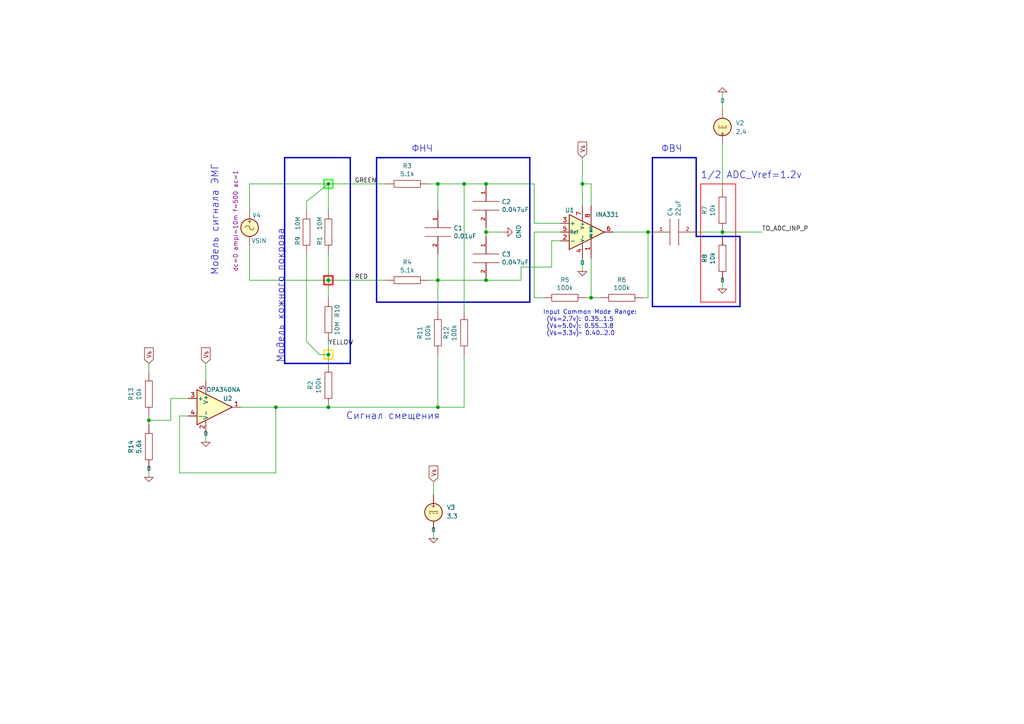
<source format=kicad_sch>
(kicad_sch (version 20231120) (generator "eeschema") (generator_version "8.0")
  (paper "A4")
  (lib_symbols
    (symbol "Amplifier_Operational:OPA340NA" (pin_names (offset 0.127))
      (property "Reference" "U" (at -1.27 6.35 0))
      (property "Value" "OPA340NA" (at -1.27 3.81 0))
      (symbol "OPA340NA_0_1"
        (polyline (pts (xy -5.08 5.08) (xy 5.08 0) (xy -5.08 -5.08) (xy -5.08 5.08)) (stroke (width 0.254)) (fill (type background)))
        (pin power_in line (at -2.54 -7.62 90) (length 3.81) (name "V-") (number "2"))
        (pin power_in line (at -2.54 7.62 270) (length 3.81) (name "V+") (number "5"))
      )
      (symbol "OPA340NA_1_1"
        (pin output line (at 7.62 0 180) (length 2.54) (name "~") (number "1"))
        (pin input line (at -7.62 2.54 0) (length 2.54) (name "+") (number "3"))
        (pin input line (at -7.62 -2.54 0) (length 2.54) (name "-") (number "4"))
      )
    )
    (symbol "Simulation_SPICE:0" (power) (pin_numbers hide) (pin_names (offset 0) hide)
      (property "Value" "0" (at 0 -2.54 0))
      (symbol "0_0_1"
        (polyline (pts (xy -1.27 0) (xy 0 -1.27) (xy 1.27 0) (xy -1.27 0)))
      )
      (symbol "0_1_1"
        (pin power_in line (at 0 0 0) (length 0) (name "~") (number "1"))
      )
    )
    (symbol "Simulation_SPICE:VDC" (pin_numbers hide) (pin_names (offset 0.0254))
      (property "Reference" "V" (at 2.54 2.54 0))
      (property "Value" "1" (at 2.54 0 0))
      (symbol "VDC_0_0"
        (polyline (pts (xy -1.27 0.254) (xy 1.27 0.254)))
        (polyline (pts (xy -0.762 -0.254) (xy -1.27 -0.254)))
        (polyline (pts (xy 0.254 -0.254) (xy -0.254 -0.254)))
        (polyline (pts (xy 1.27 -0.254) (xy 0.762 -0.254)))
        (text "+" (at 0 1.905 0) (effects (font (size 1.27 1.27))))
      )
      (symbol "VDC_0_1"
        (circle (center 0 0) (radius 2.54) (stroke (width 0.254)) (fill (type background)))
      )
      (symbol "VDC_1_1"
        (pin passive line (at 0 5.08 270) (length 2.54) (name "~") (number "1"))
        (pin passive line (at 0 -5.08 90) (length 2.54) (name "~") (number "2"))
      )
    )
    (symbol "Simulation_SPICE:VSIN" (pin_numbers hide) (pin_names (offset 0.0254))
      (property "Reference" "V" (at 2.54 2.54 0))
      (property "Value" "VSIN" (at 2.54 0 0))
      (property "Sim.Params" "dc=0 ampl=1 f=1k ac=1" (at 2.54 -2.54 0))
      (symbol "VSIN_0_0"
        (arc (start 0 0) (mid -0.635 0.6323) (end -1.27 0))
        (arc (start 0 0) (mid 0.635 -0.6323) (end 1.27 0))
        (text "+" (at 0 1.905 0) (effects (font (size 1.27 1.27))))
      )
      (symbol "VSIN_0_1"
        (circle (center 0 0) (radius 2.54) (stroke (width 0.254)) (fill (type background)))
      )
      (symbol "VSIN_1_1"
        (pin passive line (at 0 5.08 270) (length 2.54) (name "~") (number "1"))
        (pin passive line (at 0 -5.08 90) (length 2.54) (name "~") (number "2"))
      )
    )
    (symbol "power:GND" (power) (pin_names (offset 0))
      (property "Value" "GND" (at 0 -3.81 0))
      (symbol "GND_0_1"
        (polyline (pts (xy 0 0) (xy 0 -1.27) (xy 1.27 -1.27) (xy 0 -2.54) (xy -1.27 -1.27) (xy 0 -1.27)))
      )
      (symbol "GND_1_1"
        (pin power_in line (at 0 0 270) (length 0) hide (name "GND") (number "1"))
      )
    )
    (symbol "pspice:CAP" (pin_names (offset 0.254))
      (property "Reference" "C" (at 2.54 3.81 90))
      (property "Value" "CAP" (at 2.54 -3.81 90))
      (symbol "CAP_0_1"
        (polyline (pts (xy -3.81 -1.27) (xy 3.81 -1.27)))
        (polyline (pts (xy -3.81 1.27) (xy 3.81 1.27)))
      )
      (symbol "CAP_1_1"
        (pin passive line (at 0 6.35 270) (length 5.08) (name "~") (number "1"))
        (pin passive line (at 0 -6.35 90) (length 5.08) (name "~") (number "2"))
      )
    )
    (symbol "pspice:R" (pin_numbers hide) (pin_names (offset 0))
      (property "Reference" "R" (at 2.032 0 90))
      (property "Value" "R" (at 0 0 90))
      (symbol "R_0_1"
        (rectangle (start -1.016 3.81) (end 1.016 -3.81))
      )
      (symbol "R_1_1"
        (pin passive line (at 0 6.35 270) (length 2.54) (name "~") (number "1"))
        (pin passive line (at 0 -6.35 90) (length 2.54) (name "~") (number "2"))
      )
    )
    (symbol "simulate-rescue:INA331-Amplifier_Instrumentation" (pin_names (offset 0.127))
      (property "Reference" "U" (at 3.81 3.81 0))
      (property "Value" "INA331-Amplifier_Instrumentation" (at 3.81 -2.54 0))
      (symbol "INA331-Amplifier_Instrumentation_0_1"
        (polyline (pts (xy 5.08 0) (xy -5.08 5.08) (xy -5.08 -5.08) (xy 5.08 0)) (stroke (width 0.254)) (fill (type background)))
      )
      (symbol "INA331-Amplifier_Instrumentation_1_1"
        (pin input line (at 1.27 -7.62 90) (length 5.6896) (name "RG") (number "1"))
        (pin input line (at -7.62 -2.54 0) (length 2.54) (name "-") (number "2"))
        (pin input line (at -7.62 2.54 0) (length 2.54) (name "+") (number "3"))
        (pin power_in line (at -1.27 -7.62 90) (length 4.4958) (name "V-") (number "4"))
        (pin input line (at -7.62 0 0) (length 2.54) (name "Ref") (number "5"))
        (pin output line (at 7.62 0 180) (length 2.54) (name "~") (number "6"))
        (pin power_in line (at -1.27 7.62 270) (length 4.4958) (name "V+") (number "7"))
        (pin input line (at 1.27 7.62 270) (length 5.6896) (name "SHD") (number "8"))
      )
    )
  )
  (junction (at 127 118.11))
  (junction (at 80.01 118.11))
  (junction (at 140.97 67.31))
  (junction (at 187.96 67.31))
  (junction (at 127 53.34))
  (junction (at 127 81.28))
  (junction (at 95.25 102.87))
  (junction (at 43.18 121.92))
  (junction (at 140.97 81.28))
  (junction (at 209.55 67.31))
  (junction (at 168.91 53.34))
  (junction (at 95.25 118.11))
  (junction (at 95.25 53.34))
  (junction (at 95.25 81.28))
  (junction (at 134.62 53.34))
  (junction (at 171.45 86.36))
  (junction (at 140.97 53.34))
  (wire (pts (xy 209.55 26.67) (xy 209.55 31.75)))
  (wire (pts (xy 95.25 102.87) (xy 95.25 105.41)))
  (wire (pts (xy 127 53.34) (xy 127 60.96)))
  (polyline (pts (xy 203.2 87.63) (xy 213.36 87.63)) (stroke (width 0.3) (color 255 66 71 1)))
  (wire (pts (xy 72.39 81.28) (xy 95.25 81.28)))
  (polyline (pts (xy 93.98 80.01) (xy 96.52 80.01)) (stroke (width 0.5) (color 255 35 51 1)))
  (wire (pts (xy 72.39 71.12) (xy 72.39 81.28)))
  (polyline (pts (xy 82.55 45.72) (xy 82.55 105.41)) (stroke (width 0.4)))
  (wire (pts (xy 127 102.87) (xy 127 118.11)))
  (wire (pts (xy 146.05 67.31) (xy 140.97 67.31)))
  (wire (pts (xy 171.45 74.93) (xy 171.45 86.36)))
  (wire (pts (xy 127 81.28) (xy 140.97 81.28)))
  (wire (pts (xy 43.18 121.92) (xy 43.18 123.19)))
  (wire (pts (xy 124.46 81.28) (xy 127 81.28)))
  (wire (pts (xy 69.85 118.11) (xy 80.01 118.11)))
  (wire (pts (xy 43.18 120.65) (xy 43.18 121.92)))
  (polyline (pts (xy 93.98 101.6) (xy 93.98 104.14)) (stroke (width 0.5) (color 255 221 81 1)))
  (wire (pts (xy 134.62 102.87) (xy 134.62 118.11)))
  (wire (pts (xy 127 90.17) (xy 127 81.28)))
  (polyline (pts (xy 214.63 68.58) (xy 214.63 88.9)) (stroke (width 0.4)))
  (polyline (pts (xy 82.55 45.72) (xy 101.6 45.72)) (stroke (width 0.4)))
  (polyline (pts (xy 201.93 68.58) (xy 214.63 68.58)) (stroke (width 0.4)))
  (wire (pts (xy 157.48 86.36) (xy 154.94 86.36)))
  (wire (pts (xy 72.39 53.34) (xy 72.39 60.96)))
  (wire (pts (xy 187.96 67.31) (xy 189.23 67.31)))
  (polyline (pts (xy 203.2 53.34) (xy 203.2 55.88)) (stroke (width 0.3) (color 255 66 71 1)))
  (wire (pts (xy 171.45 86.36) (xy 173.99 86.36)))
  (wire (pts (xy 43.18 135.89) (xy 43.18 138.43)))
  (wire (pts (xy 209.55 67.31) (xy 220.98 67.31)))
  (wire (pts (xy 134.62 90.17) (xy 134.62 53.34)))
  (wire (pts (xy 127 81.28) (xy 127 73.66)))
  (wire (pts (xy 95.25 53.34) (xy 111.76 53.34)))
  (wire (pts (xy 168.91 45.72) (xy 168.91 53.34)))
  (polyline (pts (xy 109.22 45.72) (xy 109.22 87.63)) (stroke (width 0.4)))
  (wire (pts (xy 52.07 120.65) (xy 52.07 137.16)))
  (polyline (pts (xy 93.98 52.07) (xy 96.52 52.07)) (stroke (width 0.5) (color 64 255 64 1)))
  (wire (pts (xy 127 53.34) (xy 134.62 53.34)))
  (wire (pts (xy 168.91 53.34) (xy 171.45 53.34)))
  (polyline (pts (xy 153.67 87.63) (xy 153.67 45.72)) (stroke (width 0.4)))
  (wire (pts (xy 140.97 67.31) (xy 140.97 68.58)))
  (wire (pts (xy 209.55 41.91) (xy 209.55 54.61)))
  (wire (pts (xy 209.55 81.28) (xy 209.55 83.82)))
  (polyline (pts (xy 213.36 87.63) (xy 213.36 53.34)) (stroke (width 0.3) (color 255 66 71 1)))
  (wire (pts (xy 80.01 118.11) (xy 95.25 118.11)))
  (wire (pts (xy 95.25 102.87) (xy 92.71 102.87)))
  (polyline (pts (xy 214.63 88.9) (xy 189.23 88.9)) (stroke (width 0.4)))
  (wire (pts (xy 151.13 77.47) (xy 160.02 77.47)))
  (polyline (pts (xy 96.52 82.55) (xy 96.52 80.01)) (stroke (width 0.5) (color 255 35 51 1)))
  (polyline (pts (xy 96.52 104.14) (xy 96.52 101.6)) (stroke (width 0.5) (color 255 221 81 1)))
  (polyline (pts (xy 109.22 45.72) (xy 109.22 45.72)))
  (wire (pts (xy 95.25 99.06) (xy 95.25 102.87)))
  (polyline (pts (xy 213.36 53.34) (xy 203.2 53.34)) (stroke (width 0.3) (color 255 66 71 1)))
  (wire (pts (xy 140.97 81.28) (xy 151.13 81.28)))
  (wire (pts (xy 186.69 86.36) (xy 187.96 86.36)))
  (wire (pts (xy 127 118.11) (xy 95.25 118.11)))
  (wire (pts (xy 124.46 53.34) (xy 127 53.34)))
  (wire (pts (xy 88.9 58.42) (xy 95.25 53.34)))
  (polyline (pts (xy 93.98 52.07) (xy 93.98 54.61)) (stroke (width 0.5) (color 64 255 64 1)))
  (wire (pts (xy 111.76 81.28) (xy 95.25 81.28)))
  (wire (pts (xy 151.13 81.28) (xy 151.13 77.47)))
  (wire (pts (xy 154.94 67.31) (xy 162.56 67.31)))
  (wire (pts (xy 88.9 60.96) (xy 88.9 58.42)))
  (wire (pts (xy 80.01 137.16) (xy 80.01 118.11)))
  (wire (pts (xy 209.55 67.31) (xy 209.55 68.58)))
  (polyline (pts (xy 109.22 87.63) (xy 153.67 87.63)) (stroke (width 0.4)))
  (wire (pts (xy 43.18 105.41) (xy 43.18 107.95)))
  (wire (pts (xy 168.91 74.93) (xy 168.91 78.74)))
  (polyline (pts (xy 189.23 45.72) (xy 201.93 45.72)) (stroke (width 0.4)))
  (wire (pts (xy 95.25 60.96) (xy 95.25 53.34)))
  (wire (pts (xy 49.53 115.57) (xy 49.53 121.92)))
  (polyline (pts (xy 96.52 54.61) (xy 96.52 52.07)) (stroke (width 0.5) (color 64 255 64 1)))
  (polyline (pts (xy 203.2 55.88) (xy 203.2 87.63)) (stroke (width 0.3) (color 255 66 71 1)))
  (wire (pts (xy 154.94 64.77) (xy 154.94 53.34)))
  (polyline (pts (xy 101.6 105.41) (xy 82.55 105.41)) (stroke (width 0.4)))
  (wire (pts (xy 92.71 102.87) (xy 88.9 99.06)))
  (wire (pts (xy 140.97 66.04) (xy 140.97 67.31)))
  (wire (pts (xy 168.91 59.69) (xy 168.91 53.34)))
  (wire (pts (xy 177.8 67.31) (xy 187.96 67.31)))
  (wire (pts (xy 54.61 120.65) (xy 52.07 120.65)))
  (wire (pts (xy 88.9 99.06) (xy 88.9 73.66)))
  (wire (pts (xy 125.73 139.7) (xy 125.73 143.51)))
  (wire (pts (xy 140.97 53.34) (xy 154.94 53.34)))
  (wire (pts (xy 49.53 121.92) (xy 43.18 121.92)))
  (wire (pts (xy 125.73 153.67) (xy 125.73 156.21)))
  (wire (pts (xy 54.61 115.57) (xy 49.53 115.57)))
  (polyline (pts (xy 93.98 80.01) (xy 93.98 82.55)) (stroke (width 0.5) (color 255 35 51 1)))
  (polyline (pts (xy 93.98 104.14) (xy 96.52 104.14)) (stroke (width 0.5) (color 255 221 81 1)))
  (wire (pts (xy 59.69 125.73) (xy 59.69 128.27)))
  (polyline (pts (xy 153.67 45.72) (xy 109.22 45.72)) (stroke (width 0.4)))
  (polyline (pts (xy 189.23 45.72) (xy 189.23 88.9)) (stroke (width 0.4)))
  (polyline (pts (xy 201.93 45.72) (xy 201.93 68.58)) (stroke (width 0.4)))
  (wire (pts (xy 95.25 86.36) (xy 95.25 81.28)))
  (wire (pts (xy 59.69 110.49) (xy 59.69 105.41)))
  (polyline (pts (xy 93.98 54.61) (xy 96.52 54.61)) (stroke (width 0.5) (color 64 255 64 1)))
  (polyline (pts (xy 93.98 82.55) (xy 96.52 82.55)) (stroke (width 0.5) (color 255 35 51 1)))
  (wire (pts (xy 160.02 77.47) (xy 160.02 69.85)))
  (wire (pts (xy 160.02 69.85) (xy 162.56 69.85)))
  (polyline (pts (xy 93.98 101.6) (xy 96.52 101.6)) (stroke (width 0.5) (color 255 221 81 1)))
  (wire (pts (xy 95.25 73.66) (xy 95.25 81.28)))
  (wire (pts (xy 171.45 59.69) (xy 171.45 53.34)))
  (wire (pts (xy 134.62 118.11) (xy 127 118.11)))
  (wire (pts (xy 154.94 86.36) (xy 154.94 67.31)))
  (wire (pts (xy 187.96 86.36) (xy 187.96 67.31)))
  (wire (pts (xy 134.62 53.34) (xy 140.97 53.34)))
  (polyline (pts (xy 101.6 45.72) (xy 101.6 105.41)) (stroke (width 0.4)))
  (wire (pts (xy 162.56 64.77) (xy 154.94 64.77)))
  (wire (pts (xy 72.39 53.34) (xy 95.25 53.34)))
  (wire (pts (xy 170.18 86.36) (xy 171.45 86.36)))
  (wire (pts (xy 201.93 67.31) (xy 209.55 67.31)))
  (wire (pts (xy 52.07 137.16) (xy 80.01 137.16)))
  (text "1/2 ADC_Vref=1.2v" (at 203.2 52.07 0) (effects (font (size 2 2)) (justify left bottom)))
  (text "Сигнал смещения" (at 100.33 121.92 0) (effects (font (size 2 2)) (justify left bottom)))
  (text "ФНЧ" (at 119.38 44.45 0) (effects (font (size 2 2)) (justify left bottom)))
  (text "Модель кожного покрова" (at 82.55 105.41 90) (effects (font (size 2 2)) (justify left bottom)))
  (text "Модель сигнала ЭМГ" (at 63.5 80.01 90) (effects (font (size 2 2)) (justify left bottom)))
  (text "Input Common Mode Range:\n (Vs=2.7v): 0.35..1.5\n (Vs=5.0v): 0.55..3.8\n (Vs=3.3v)~ 0.40..2.0\n\n\n" (at 157.48 101.6 0) (effects (font (size 1.27 1.27)) (justify left bottom)))
  (text "ФВЧ" (at 191.77 44.45 0) (effects (font (size 2 2)) (justify left bottom)))
  (label "GREEN" (at 102.87 53.34 0))
  (label "RED" (at 102.87 81.28 0))
  (label "TO_ADC_INP_P" (at 220.98 67.31 0))
  (label "YELLOW" (at 95.25 100.33 0))
  (global_label "Vs" (shape input) (at 59.69 105.41 90) (property "Intersheetrefs" "${INTERSHEET_REFS}" (effects (hide yes))))
  (global_label "Vs" (shape input) (at 43.18 105.41 90) (property "Intersheetrefs" "${INTERSHEET_REFS}" (effects (hide yes))))
  (global_label "Vs" (shape input) (at 168.91 45.72 90) (property "Intersheetrefs" "${INTERSHEET_REFS}" (effects (hide yes))))
  (global_label "Vs" (shape input) (at 125.73 139.7 90) (property "Intersheetrefs" "${INTERSHEET_REFS}" (effects (hide yes))))
  (symbol (lib_id "simulate-rescue:INA331-Amplifier_Instrumentation") (at 170.18 67.31 0) (unit 1)
    (property "Reference" "U1" (at 163.83 60.96 0) (effects (justify left)))
    (property "Value" "INA331" (at 172.72 62.23 0) (effects (justify left)))
    (property "Datasheet" "http://www.ti.com/lit/ds/symlink/ina282.pdf" (effects (hide yes)))
    (property "Sim.Library" "libs\\INA331.LIB" (effects (hide yes)))
    (property "Sim.Name" "INA331" (effects (hide yes)))
    (property "Sim.Pins" "1=1 2=2 3=3 4=4 5=5 6=6 7=7 8=8" (effects (hide yes)))
    (property "Sim.Device" "SUBCKT" (effects (hide yes)))
  )
  (symbol (lib_id "pspice:R") (at 118.11 53.34 270) (unit 1)
    (property "Reference" "R3" (at 118.11 48.133 90))
    (property "Value" "5.1k" (at 118.11 50.4444 90))
  )
  (symbol (lib_id "pspice:CAP") (at 127 67.31 0) (unit 1)
    (property "Reference" "C1" (at 131.5212 66.1416 0) (effects (justify left)))
    (property "Value" "0.01uF" (at 131.5212 68.453 0) (effects (justify left)))
  )
  (symbol (lib_id "pspice:R") (at 118.11 81.28 270) (unit 1)
    (property "Reference" "R4" (at 118.11 76.073 90))
    (property "Value" "5.1k" (at 118.11 78.3844 90))
  )
  (symbol (lib_id "pspice:CAP") (at 140.97 59.69 0) (unit 1)
    (property "Reference" "C2" (at 145.4912 58.5216 0) (effects (justify left)))
    (property "Value" "0.047uF" (at 145.4912 60.833 0) (effects (justify left)))
  )
  (symbol (lib_id "pspice:CAP") (at 140.97 74.93 0) (unit 1)
    (property "Reference" "C3" (at 145.4912 73.7616 0) (effects (justify left)))
    (property "Value" "0.047uF" (at 145.4912 76.073 0) (effects (justify left)))
  )
  (symbol (lib_id "pspice:CAP") (at 195.58 67.31 90) (unit 1)
    (property "Reference" "C4" (at 194.4116 62.7888 0) (effects (justify left)))
    (property "Value" "22uF" (at 196.723 62.7888 0) (effects (justify left)))
  )
  (symbol (lib_id "pspice:R") (at 209.55 74.93 0) (unit 1)
    (property "Reference" "R8" (at 204.343 74.93 90))
    (property "Value" "10k" (at 206.6544 74.93 90))
  )
  (symbol (lib_id "power:GND") (at 146.05 67.31 90) (unit 1)
    (property "Reference" "#PWR03" (effects (hide yes)))
    (property "Value" "GND" (at 150.4442 67.183 0))
  )
  (symbol (lib_id "pspice:R") (at 180.34 86.36 270) (unit 1)
    (property "Reference" "R6" (at 180.34 81.153 90))
    (property "Value" "100k" (at 180.34 83.4644 90))
  )
  (symbol (lib_id "pspice:R") (at 163.83 86.36 270) (unit 1)
    (property "Reference" "R5" (at 163.83 81.153 90))
    (property "Value" "100k" (at 163.83 83.4644 90))
  )
  (symbol (lib_id "pspice:R") (at 209.55 60.96 0) (unit 1)
    (property "Reference" "R7" (at 204.343 60.96 90))
    (property "Value" "10k" (at 206.6544 60.96 90))
  )
  (symbol (lib_id "pspice:R") (at 43.18 114.3 0) (unit 1)
    (property "Reference" "R13" (at 37.973 114.3 90))
    (property "Value" "10k" (at 40.2844 114.3 90))
  )
  (symbol (lib_id "pspice:R") (at 134.62 96.52 0) (unit 1)
    (property "Reference" "R12" (at 129.413 96.52 90))
    (property "Value" "100k" (at 131.7244 96.52 90))
  )
  (symbol (lib_id "Simulation_SPICE:VSIN") (at 72.39 66.04 0) (unit 1)
    (property "Reference" "V4" (at 73.152 62.484 0) (effects (justify left)))
    (property "Value" "VSIN" (at 72.898 69.85 0) (effects (justify left)))
    (property "Datasheet" "https://ngspice.sourceforge.io/docs/ngspice-html-manual/manual.xhtml#sec_Independent_Sources_for" (effects (hide yes)))
    (property "Description" "Voltage source, sinusoidal" (effects (hide yes)))
    (property "Sim.Pins" "1=+ 2=-" (effects (hide yes)))
    (property "Sim.Params" "dc=0 ampl=10m f=500 ac=1" (at 68.326 78.74 90) (effects (justify left)))
    (property "Sim.Type" "SIN" (effects (hide yes)))
    (property "Sim.Device" "V" (effects (hide yes)))
  )
  (symbol (lib_id "pspice:R") (at 95.25 67.31 0) (unit 1)
    (property "Reference" "R1" (at 92.71 69.85 90))
    (property "Value" "10M" (at 92.71 64.77 90))
  )
  (symbol (lib_id "Simulation_SPICE:0") (at 125.73 156.21 0) (unit 1)
    (property "Reference" "#GND02" (effects (hide yes)))
    (property "Value" "0" (at 125.73 153.67 0))
    (property "Datasheet" "https://ngspice.sourceforge.io/docs/ngspice-html-manual/manual.xhtml#subsec_Circuit_elements__device" (effects (hide yes)))
    (property "Description" "0V reference potential for simulation" (effects (hide yes)))
  )
  (symbol (lib_id "pspice:R") (at 43.18 129.54 0) (unit 1)
    (property "Reference" "R14" (at 37.973 129.54 90))
    (property "Value" "5.6k" (at 40.2844 129.54 90))
  )
  (symbol (lib_id "pspice:R") (at 95.25 92.71 180) (unit 1)
    (property "Reference" "R10" (at 97.79 90.17 90))
    (property "Value" "10M" (at 97.79 95.25 90))
  )
  (symbol (lib_id "pspice:R") (at 88.9 67.31 0) (unit 1)
    (property "Reference" "R9" (at 86.36 69.85 90))
    (property "Value" "10M" (at 86.36 64.77 90))
  )
  (symbol (lib_id "Simulation_SPICE:0") (at 209.55 26.67 180) (unit 1)
    (property "Reference" "#GND05" (effects (hide yes)))
    (property "Value" "0" (at 209.55 29.21 0))
    (property "Datasheet" "https://ngspice.sourceforge.io/docs/ngspice-html-manual/manual.xhtml#subsec_Circuit_elements__device" (effects (hide yes)))
    (property "Description" "0V reference potential for simulation" (effects (hide yes)))
  )
  (symbol (lib_id "Simulation_SPICE:0") (at 59.69 128.27 0) (unit 1)
    (property "Reference" "#GND06" (effects (hide yes)))
    (property "Value" "0" (at 59.69 125.73 0))
    (property "Datasheet" "https://ngspice.sourceforge.io/docs/ngspice-html-manual/manual.xhtml#subsec_Circuit_elements__device" (effects (hide yes)))
    (property "Description" "0V reference potential for simulation" (effects (hide yes)))
  )
  (symbol (lib_id "Simulation_SPICE:0") (at 168.91 78.74 0) (unit 1)
    (property "Reference" "#GND04" (effects (hide yes)))
    (property "Value" "0" (at 168.91 76.2 0))
    (property "Datasheet" "https://ngspice.sourceforge.io/docs/ngspice-html-manual/manual.xhtml#subsec_Circuit_elements__device" (effects (hide yes)))
    (property "Description" "0V reference potential for simulation" (effects (hide yes)))
  )
  (symbol (lib_id "pspice:R") (at 127 96.52 0) (unit 1)
    (property "Reference" "R11" (at 121.793 96.52 90))
    (property "Value" "100k" (at 124.1044 96.52 90))
  )
  (symbol (lib_id "Simulation_SPICE:0") (at 209.55 83.82 0) (unit 1)
    (property "Reference" "#GND03" (effects (hide yes)))
    (property "Value" "0" (at 209.55 81.28 0))
    (property "Datasheet" "https://ngspice.sourceforge.io/docs/ngspice-html-manual/manual.xhtml#subsec_Circuit_elements__device" (effects (hide yes)))
    (property "Description" "0V reference potential for simulation" (effects (hide yes)))
  )
  (symbol (lib_id "Simulation_SPICE:VDC") (at 125.73 148.59 0) (unit 1)
    (property "Reference" "V3" (at 129.54 147.1901 0) (effects (justify left)))
    (property "Value" "3.3" (at 129.54 149.7301 0) (effects (justify left)))
    (property "Datasheet" "https://ngspice.sourceforge.io/docs/ngspice-html-manual/manual.xhtml#sec_Independent_Sources_for" (effects (hide yes)))
    (property "Description" "Voltage source, DC" (effects (hide yes)))
    (property "Sim.Pins" "1=+ 2=-" (effects (hide yes)))
    (property "Sim.Type" "DC" (effects (hide yes)))
    (property "Sim.Device" "V" (effects (hide yes)))
  )
  (symbol (lib_id "Amplifier_Operational:OPA340NA") (at 62.23 118.11 0) (unit 1)
    (property "Reference" "U2" (at 66.04 115.57 0))
    (property "Value" "OPA340NA" (at 64.77 113.03 0))
    (property "Footprint" "Package_TO_SOT_SMD:SOT-23-5" (effects (hide yes)))
    (property "Datasheet" "http://www.ti.com/lit/ds/symlink/opa340.pdf" (effects (hide yes)))
    (property "Sim.Library" "libs\\OPA340.LIB" (effects (hide yes)))
    (property "Sim.Name" "OPA340" (effects (hide yes)))
    (property "Sim.Pins" "3=1 4=2 5=3 2=4 1=5" (effects (hide yes)))
  )
  (symbol (lib_id "Simulation_SPICE:0") (at 43.18 138.43 0) (unit 1)
    (property "Reference" "#GND01" (effects (hide yes)))
    (property "Value" "0" (at 43.18 135.89 0))
    (property "Datasheet" "https://ngspice.sourceforge.io/docs/ngspice-html-manual/manual.xhtml#subsec_Circuit_elements__device" (effects (hide yes)))
    (property "Description" "0V reference potential for simulation" (effects (hide yes)))
  )
  (symbol (lib_id "Simulation_SPICE:VDC") (at 209.55 36.83 180) (unit 1)
    (property "Reference" "V2" (at 213.36 35.6897 0) (effects (justify right)))
    (property "Value" "2.4" (at 213.36 38.2297 0) (effects (justify right)))
    (property "Datasheet" "https://ngspice.sourceforge.io/docs/ngspice-html-manual/manual.xhtml#sec_Independent_Sources_for" (effects (hide yes)))
    (property "Description" "Voltage source, DC" (effects (hide yes)))
    (property "Sim.Pins" "1=+ 2=-" (effects (hide yes)))
    (property "Sim.Type" "DC" (effects (hide yes)))
    (property "Sim.Device" "V" (effects (hide yes)))
  )
  (symbol (lib_id "pspice:R") (at 95.25 111.76 0) (unit 1)
    (property "Reference" "R2" (at 90.043 111.76 90))
    (property "Value" "100k" (at 92.3544 111.76 90))
  )
)
</source>
